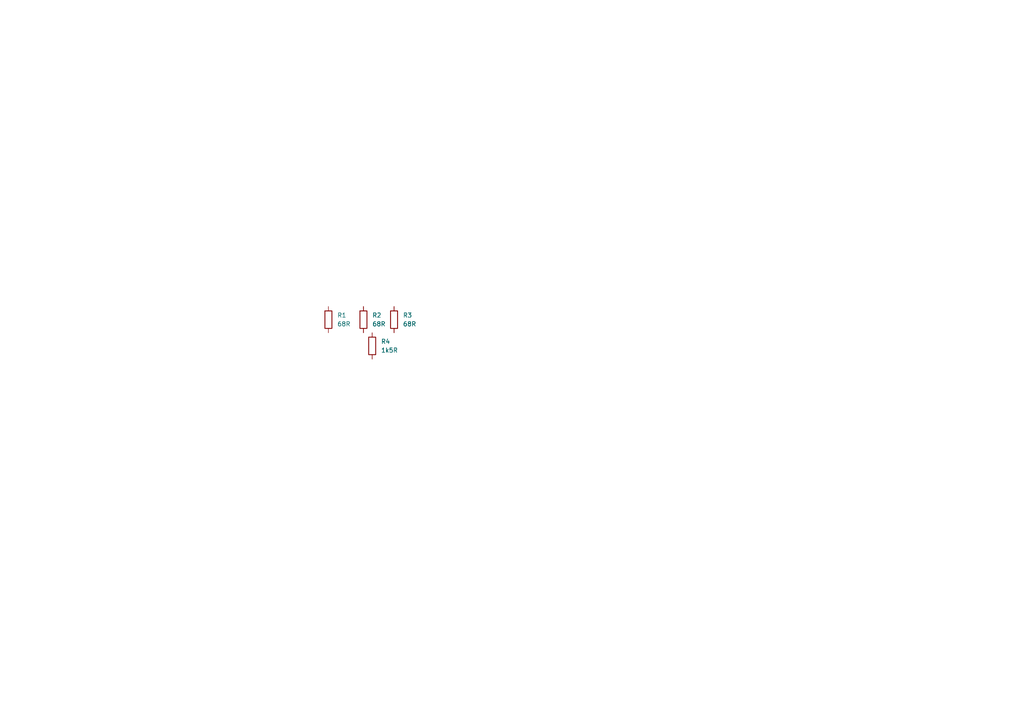
<source format=kicad_sch>
(kicad_sch (version 20231120) (generator "eeschema") (generator_version "8.0")
  (paper "A4")
  (lib_symbols
    (symbol "Device:R" (pin_numbers hide) (pin_names (offset 0))
      (property "Reference" "R" (at 2.032 0 90))
      (property "Value" "R" (at 0 0 90))
      (symbol "R_0_1"
        (rectangle (start -1.016 -2.54) (end 1.016 2.54) (stroke (width 0.254)))
      )
      (symbol "R_1_1"
        (pin passive line (at 0 3.81 270) (length 1.27) (name "~") (number "1"))
        (pin passive line (at 0 -3.81 90) (length 1.27) (name "~") (number "2"))
      )
    )
  )
  (symbol (lib_id "Device:R") (at 107.95 100.33 0) (unit 1)
    (property "Reference" "R4" (at 110.49 99.0599 0) (effects (justify left)))
    (property "Value" "1k5R" (at 110.49 101.5999 0) (effects (justify left)))
    (property "Footprint" "Resistor_SMD:R_0805_2012Metric" (effects (hide yes)))
    (property "Description" "Resistor" (effects (hide yes)))
  )
  (symbol (lib_id "Device:R") (at 105.41 92.71 0) (unit 1)
    (property "Reference" "R2" (at 107.95 91.4399 0) (effects (justify left)))
    (property "Value" "68R" (at 107.95 93.9799 0) (effects (justify left)))
    (property "Footprint" "Resistor_SMD:R_0805_2012Metric" (effects (hide yes)))
    (property "Description" "Resistor" (effects (hide yes)))
  )
  (symbol (lib_id "Device:R") (at 95.25 92.71 0) (unit 1)
    (property "Reference" "R1" (at 97.79 91.4399 0) (effects (justify left)))
    (property "Value" "68R" (at 97.79 93.9799 0) (effects (justify left)))
    (property "Footprint" "Resistor_SMD:R_0805_2012Metric" (effects (hide yes)))
    (property "Description" "Resistor" (effects (hide yes)))
  )
  (symbol (lib_id "Device:R") (at 114.3 92.71 0) (unit 1)
    (property "Reference" "R3" (at 116.84 91.4399 0) (effects (justify left)))
    (property "Value" "68R" (at 116.84 93.9799 0) (effects (justify left)))
    (property "Footprint" "Resistor_SMD:R_0805_2012Metric" (effects (hide yes)))
    (property "Description" "Resistor" (effects (hide yes)))
  )
)
</source>
